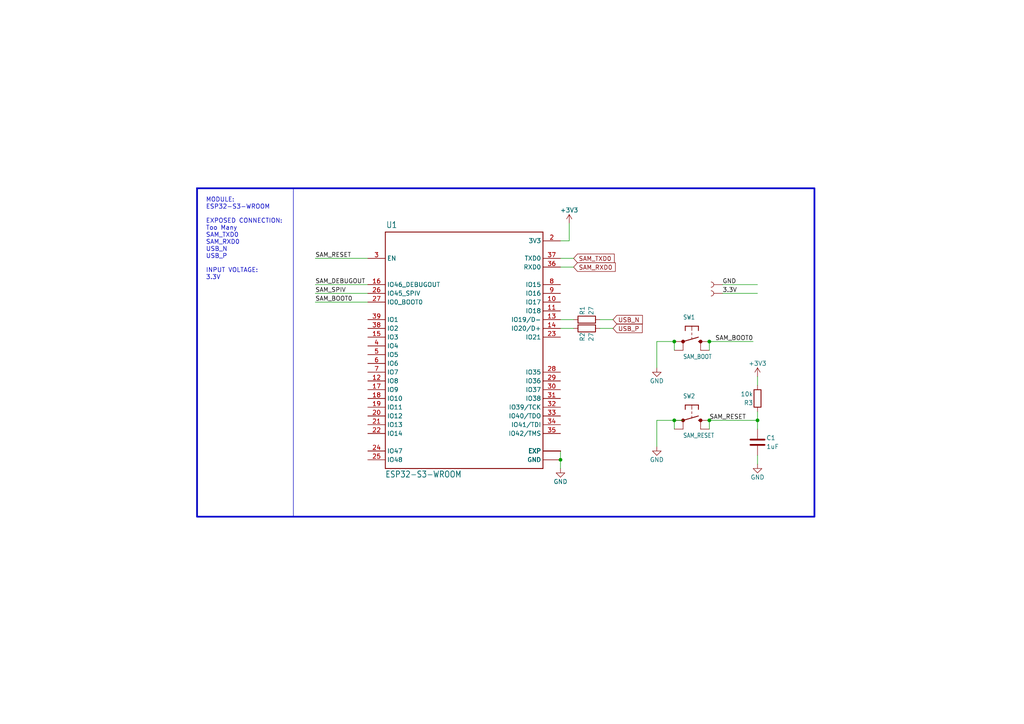
<source format=kicad_sch>
(kicad_sch (version 20230121) (generator eeschema)
  (paper "A4")
  (lib_symbols
    (symbol "Device:C" (pin_numbers hide) (pin_names (offset 0.254))
      (property "Reference" "C" (at 0.635 2.54 0))
      (property "Value" "C" (at 0.635 -2.54 0))
      (symbol "C_0_1"
        (polyline (pts (xy -2.032 -0.762) (xy 2.032 -0.762)) (stroke (width 0.508)))
        (polyline (pts (xy -2.032 0.762) (xy 2.032 0.762)) (stroke (width 0.508)))
      )
      (symbol "C_1_1"
        (pin passive line (at 0 3.81 270) (length 2.794) (name "~") (number "1"))
        (pin passive line (at 0 -3.81 90) (length 2.794) (name "~") (number "2"))
      )
    )
    (symbol "Device:R" (pin_numbers hide) (pin_names (offset 0))
      (property "Reference" "R" (at 2.032 0 90))
      (property "Value" "R" (at 0 0 90))
      (symbol "R_0_1"
        (rectangle (start -1.016 -2.54) (end 1.016 2.54) (stroke (width 0.254)))
      )
      (symbol "R_1_1"
        (pin passive line (at 0 3.81 270) (length 1.27) (name "~") (number "1"))
        (pin passive line (at 0 -3.81 90) (length 1.27) (name "~") (number "2"))
      )
    )
    (symbol "ESP32 Module-eagle-import:ESP32-S3-WROOM"
      (property "Reference" "U" (at -22.6559 34.1345 0))
      (symbol "ESP32-S3-WROOM_1_0"
        (polyline (pts (xy -22.86 -35.56) (xy -22.86 33.02)) (stroke (width 0.254)))
        (polyline (pts (xy -22.86 33.02) (xy 22.86 33.02)) (stroke (width 0.254)))
        (polyline (pts (xy 22.86 -35.56) (xy -22.86 -35.56)) (stroke (width 0.254)))
        (polyline (pts (xy 22.86 33.02) (xy 22.86 -35.56)) (stroke (width 0.254)))
        (pin power_in line (at 27.94 -33.02 180) (length 5.08) (name "GND") (number "1"))
        (pin bidirectional line (at 27.94 12.7 180) (length 5.08) (name "IO17") (number "10"))
        (pin bidirectional line (at 27.94 10.16 180) (length 5.08) (name "IO18") (number "11"))
        (pin bidirectional line (at -27.94 -10.16 0) (length 5.08) (name "IO8") (number "12"))
        (pin bidirectional line (at 27.94 7.62 180) (length 5.08) (name "IO19/D-") (number "13"))
        (pin bidirectional line (at 27.94 5.08 180) (length 5.08) (name "IO20/D+") (number "14"))
        (pin bidirectional line (at -27.94 2.54 0) (length 5.08) (name "IO3") (number "15"))
        (pin input line (at -27.94 17.78 0) (length 5.08) (name "IO46_DEBUGOUT") (number "16"))
        (pin bidirectional line (at -27.94 -12.7 0) (length 5.08) (name "IO9") (number "17"))
        (pin bidirectional line (at -27.94 -15.24 0) (length 5.08) (name "IO10") (number "18"))
        (pin bidirectional line (at -27.94 -17.78 0) (length 5.08) (name "IO11") (number "19"))
        (pin power_in line (at 27.94 30.48 180) (length 5.08) (name "3V3") (number "2"))
        (pin bidirectional line (at -27.94 -20.32 0) (length 5.08) (name "IO12") (number "20"))
        (pin bidirectional line (at -27.94 -22.86 0) (length 5.08) (name "IO13") (number "21"))
        (pin bidirectional line (at -27.94 -25.4 0) (length 5.08) (name "IO14") (number "22"))
        (pin bidirectional line (at 27.94 2.54 180) (length 5.08) (name "IO21") (number "23"))
        (pin bidirectional line (at -27.94 -30.48 0) (length 5.08) (name "IO47") (number "24"))
        (pin input line (at -27.94 -33.02 0) (length 5.08) (name "IO48") (number "25"))
        (pin bidirectional line (at -27.94 15.24 0) (length 5.08) (name "IO45_SPIV") (number "26"))
        (pin bidirectional line (at -27.94 12.7 0) (length 5.08) (name "IO0_BOOT0") (number "27"))
        (pin input line (at 27.94 -7.62 180) (length 5.08) (name "IO35") (number "28"))
        (pin bidirectional line (at 27.94 -10.16 180) (length 5.08) (name "IO36") (number "29"))
        (pin input line (at -27.94 25.4 0) (length 5.08) (name "EN") (number "3"))
        (pin bidirectional line (at 27.94 -12.7 180) (length 5.08) (name "IO37") (number "30"))
        (pin bidirectional line (at 27.94 -15.24 180) (length 5.08) (name "IO38") (number "31"))
        (pin bidirectional line (at 27.94 -17.78 180) (length 5.08) (name "IO39/TCK") (number "32"))
        (pin bidirectional line (at 27.94 -20.32 180) (length 5.08) (name "IO40/TDO") (number "33"))
        (pin bidirectional line (at 27.94 -22.86 180) (length 5.08) (name "IO41/TDI") (number "34"))
        (pin bidirectional line (at 27.94 -25.4 180) (length 5.08) (name "IO42/TMS") (number "35"))
        (pin bidirectional line (at 27.94 22.86 180) (length 5.08) (name "RXD0") (number "36"))
        (pin bidirectional line (at 27.94 25.4 180) (length 5.08) (name "TXD0") (number "37"))
        (pin bidirectional line (at -27.94 5.08 0) (length 5.08) (name "IO2") (number "38"))
        (pin bidirectional line (at -27.94 7.62 0) (length 5.08) (name "IO1") (number "39"))
        (pin bidirectional line (at -27.94 0 0) (length 5.08) (name "IO4") (number "4"))
        (pin power_in line (at 27.94 -33.02 180) (length 5.08) (name "GND") (number "40"))
        (pin bidirectional line (at -27.94 -2.54 0) (length 5.08) (name "IO5") (number "5"))
        (pin bidirectional line (at -27.94 -5.08 0) (length 5.08) (name "IO6") (number "6"))
        (pin bidirectional line (at -27.94 -7.62 0) (length 5.08) (name "IO7") (number "7"))
        (pin bidirectional line (at 27.94 17.78 180) (length 5.08) (name "IO15") (number "8"))
        (pin bidirectional line (at 27.94 15.24 180) (length 5.08) (name "IO16") (number "9"))
        (pin power_in line (at 27.94 -30.48 180) (length 5.08) (name "EXP") (number "P$10"))
        (pin power_in line (at 27.94 -30.48 180) (length 5.08) (name "EXP") (number "P$2"))
        (pin power_in line (at 27.94 -30.48 180) (length 5.08) (name "EXP") (number "P$3"))
        (pin power_in line (at 27.94 -30.48 180) (length 5.08) (name "EXP") (number "P$4"))
        (pin power_in line (at 27.94 -30.48 180) (length 5.08) (name "EXP") (number "P$5"))
        (pin power_in line (at 27.94 -30.48 180) (length 5.08) (name "EXP") (number "P$6"))
        (pin power_in line (at 27.94 -30.48 180) (length 5.08) (name "EXP") (number "P$7"))
        (pin power_in line (at 27.94 -30.48 180) (length 5.08) (name "EXP") (number "P$8"))
        (pin power_in line (at 27.94 -30.48 180) (length 5.08) (name "EXP") (number "P$9"))
      )
    )
    (symbol "ESP32 Module-eagle-import:SWITCH_TACT_SMT_RKB2"
      (property "Reference" "SW" (at -2.54 6.35 0))
      (symbol "SWITCH_TACT_SMT_RKB2_1_0"
        (circle (center -2.54 0) (radius 0.127) (stroke (width 0.4064)))
        (polyline (pts (xy -2.54 -2.54) (xy -2.54 0)) (stroke (width 0.1524)))
        (polyline (pts (xy -2.54 0) (xy 1.905 1.27)) (stroke (width 0.254)))
        (polyline (pts (xy -1.905 4.445) (xy -1.905 3.175)) (stroke (width 0.254)))
        (polyline (pts (xy 0 1.27) (xy 0 0.635)) (stroke (width 0.1524)))
        (polyline (pts (xy 0 2.54) (xy 0 1.905)) (stroke (width 0.1524)))
        (polyline (pts (xy 0 4.445) (xy -1.905 4.445)) (stroke (width 0.254)))
        (polyline (pts (xy 0 4.445) (xy 0 3.175)) (stroke (width 0.1524)))
        (polyline (pts (xy 1.905 0) (xy 2.54 0)) (stroke (width 0.254)))
        (polyline (pts (xy 1.905 4.445) (xy 0 4.445)) (stroke (width 0.254)))
        (polyline (pts (xy 1.905 4.445) (xy 1.905 3.175)) (stroke (width 0.254)))
        (polyline (pts (xy 2.54 -2.54) (xy 2.54 0)) (stroke (width 0.1524)))
        (circle (center 2.54 0) (radius 0.127) (stroke (width 0.4064)))
        (pin passive line (at -5.08 0 0) (length 2.54) (name "P") (number "A"))
        (pin passive line (at -5.08 -2.54 0) (length 2.54) (name "P1") (number "A'"))
        (pin passive line (at 5.08 0 180) (length 2.54) (name "S") (number "B"))
        (pin passive line (at 5.08 -2.54 180) (length 2.54) (name "S1") (number "B'"))
      )
    )
    (symbol "ESP32 Module-eagle-import:TEST-POINT3"
      (symbol "TEST-POINT3_1_0"
        (polyline (pts (xy 2.54 0) (xy 0 0)) (stroke (width 0.1524)))
        (arc (start 3.302 0.762) (mid 2.5433 0) (end 3.302 -0.762) (stroke (width 0.1524)))
        (pin bidirectional line (at 0 0 180) (length 0) (name "1") (number "P$1"))
      )
    )
    (symbol "power:+3V3" (power) (pin_names (offset 0))
      (property "Value" "+3V3" (at 0 3.556 0))
      (symbol "+3V3_0_1"
        (polyline (pts (xy -0.762 1.27) (xy 0 2.54)))
        (polyline (pts (xy 0 0) (xy 0 2.54)))
        (polyline (pts (xy 0 2.54) (xy 0.762 1.27)))
      )
      (symbol "+3V3_1_1"
        (pin power_in line (at 0 0 90) (length 0) hide (name "+3V3") (number "1"))
      )
    )
    (symbol "power:GND" (power) (pin_names (offset 0))
      (property "Value" "GND" (at 0 -3.81 0))
      (symbol "GND_0_1"
        (polyline (pts (xy 0 0) (xy 0 -1.27) (xy 1.27 -1.27) (xy 0 -2.54) (xy -1.27 -1.27) (xy 0 -1.27)))
      )
      (symbol "GND_1_1"
        (pin power_in line (at 0 0 270) (length 0) hide (name "GND") (number "1"))
      )
    )
  )
  (junction (at 195.58 121.92))
  (junction (at 195.58 99.06))
  (junction (at 219.71 121.92))
  (junction (at 205.74 121.92))
  (junction (at 205.74 99.06))
  (junction (at 162.56 133.35))
  (wire (pts (xy 162.56 69.85) (xy 165.1 69.85)) (stroke (width 0.1524)))
  (wire (pts (xy 190.5 99.06) (xy 190.5 106.68)))
  (wire (pts (xy 198.12 121.92) (xy 195.58 121.92)) (stroke (width 0.1524)))
  (wire (pts (xy 165.1 69.85) (xy 165.1 64.77)) (stroke (width 0.1524)))
  (wire (pts (xy 219.71 119.38) (xy 219.71 121.92)) (stroke (width 0.1524)))
  (wire (pts (xy 190.5 121.92) (xy 190.5 129.54)) (stroke (width 0.1524)))
  (wire (pts (xy 205.74 124.46) (xy 205.74 121.92)) (stroke (width 0.1524)))
  (wire (pts (xy 195.58 121.92) (xy 190.5 121.92)) (stroke (width 0.1524)))
  (wire (pts (xy 195.58 99.06) (xy 195.58 101.6)))
  (wire (pts (xy 162.56 92.71) (xy 166.37 92.71)))
  (wire (pts (xy 162.56 133.35) (xy 162.56 135.89)) (stroke (width 0.1524)))
  (wire (pts (xy 162.56 74.93) (xy 166.37 74.93)))
  (wire (pts (xy 173.99 92.71) (xy 177.8 92.71)))
  (wire (pts (xy 162.56 95.25) (xy 166.37 95.25)))
  (wire (pts (xy 219.71 134.62) (xy 219.71 132.08)) (stroke (width 0.1524)))
  (wire (pts (xy 91.44 85.09) (xy 106.68 85.09)) (stroke (width 0.1524)))
  (wire (pts (xy 209.55 82.55) (xy 219.71 82.55)) (stroke (width 0.1524)))
  (wire (pts (xy 190.5 99.06) (xy 195.58 99.06)))
  (wire (pts (xy 162.56 77.47) (xy 166.37 77.47)))
  (wire (pts (xy 205.74 99.06) (xy 205.74 101.6)))
  (wire (pts (xy 219.71 109.22) (xy 219.71 111.76)))
  (wire (pts (xy 173.99 95.25) (xy 177.8 95.25)))
  (wire (pts (xy 91.44 82.55) (xy 106.68 82.55)) (stroke (width 0.1524)))
  (wire (pts (xy 195.58 124.46) (xy 195.58 121.92)) (stroke (width 0.1524)))
  (wire (pts (xy 162.56 130.81) (xy 162.56 133.35)) (stroke (width 0.1524)))
  (wire (pts (xy 91.44 87.63) (xy 106.68 87.63)) (stroke (width 0.1524)))
  (wire (pts (xy 205.74 99.06) (xy 218.44 99.06)))
  (wire (pts (xy 209.55 85.09) (xy 219.71 85.09)) (stroke (width 0.1524)))
  (wire (pts (xy 205.74 121.92) (xy 219.71 121.92)) (stroke (width 0.1524)))
  (wire (pts (xy 91.44 74.93) (xy 106.68 74.93)) (stroke (width 0.1524)))
  (wire (pts (xy 219.71 121.92) (xy 219.71 124.46)) (stroke (width 0.1524)))
  (rectangle (start 57.15 54.61) (end 85.09 149.86))
  (rectangle (start 57.15 54.61) (end 236.22 149.86) (stroke (width 0.5)))
  (text "MODULE:\nESP32-S3-WROOM\n\nEXPOSED CONNECTION: \nToo Many\nSAM_TXD0\nSAM_RXD0\nUSB_N\nUSB_P\n\nINPUT VOLTAGE:\n3.3V" (at 59.69 81.28 0) (effects (font (size 1.27 1.27)) (justify left bottom)))
  (label "SAM_BOOT0" (at 91.44 87.63 0) (effects (font (size 1.2446 1.2446))))
  (label "SAM_BOOT0" (at 218.44 99.06 180))
  (label "SAM_SPIV" (at 91.44 85.09 0) (effects (font (size 1.2446 1.2446))))
  (label "GND" (at 209.55 82.55 0) (effects (font (size 1.2446 1.2446))))
  (label "SAM_RESET" (at 205.74 121.92 0))
  (label "SAM_RESET" (at 91.44 74.93 0) (effects (font (size 1.2446 1.2446))))
  (label "3.3V" (at 209.55 85.09 0) (effects (font (size 1.2446 1.2446))))
  (label "SAM_DEBUGOUT" (at 91.44 82.55 0) (effects (font (size 1.2446 1.2446))))
  (global_label "USB_P" (shape input) (at 177.8 95.25 0) (property "Intersheetrefs" "${INTERSHEET_REFS}" (effects hide)))
  (global_label "USB_N" (shape input) (at 177.8 92.71 0) (property "Intersheetrefs" "${INTERSHEET_REFS}" (effects hide)))
  (global_label "SAM_TXD0" (shape input) (at 166.37 74.93 0) (property "Intersheetrefs" "${INTERSHEET_REFS}" (effects hide)))
  (global_label "SAM_RXD0" (shape input) (at 166.37 77.47 0) (property "Intersheetrefs" "${INTERSHEET_REFS}" (effects hide)))
  (symbol (lib_id "Device:R") (at 219.71 115.57 180) (unit 1)
    (property "Reference" "R3" (at 218.44 116.84 0) (effects (justify left)))
    (property "Value" "10k" (at 218.44 114.3 0) (effects (justify left)))
    (property "Footprint" "Resistor_SMD:R_01005_0402Metric" (effects hide))
  )
  (symbol (lib_id "Device:C") (at 219.71 128.27 0) (unit 1)
    (property "Reference" "C1" (at 222.25 127 0) (effects (justify left)))
    (property "Value" "1uF" (at 222.25 129.54 0) (effects (justify left)))
    (property "Footprint" "Capacitor_SMD:C_0402_1005Metric" (effects hide))
  )
  (symbol (lib_id "ESP32 Module-eagle-import:TEST-POINT3") (at 209.55 82.55 180) (unit 1)
    (property "Reference" "TP_GND1" (effects hide))
    (property "Value" "TEST-POINT3" (effects hide))
    (property "Footprint" "ESP32 Module:PAD.03X.03" (effects hide))
  )
  (symbol (lib_id "Device:R") (at 170.18 92.71 90) (unit 1)
    (property "Reference" "R1" (at 168.91 91.44 0) (effects (justify left)))
    (property "Value" "27" (at 171.45 91.44 0) (effects (justify left)))
    (property "Footprint" "Resistor_SMD:R_01005_0402Metric" (effects hide))
  )
  (symbol (lib_id "power:GND") (at 219.71 134.62 0) (unit 1)
    (property "Reference" "#PWR06" (effects hide))
    (property "Value" "GND" (at 219.71 138.43 0))
  )
  (symbol (lib_id "ESP32 Module-eagle-import:SWITCH_TACT_SMT_RKB2") (at 200.66 99.06 0) (unit 1)
    (property "Reference" "SW1" (at 198.12 92.71 0) (effects (font (size 1.27 1.0795)) (justify left bottom)))
    (property "Value" "SAM_BOOT" (at 198.12 104.14 0) (effects (font (size 1.27 1.0795)) (justify left bottom)))
    (property "Footprint" "ESP32 Module:BTN_RKB2_4.6X2.8" (effects hide))
  )
  (symbol (lib_id "power:GND") (at 190.5 106.68 0) (unit 1)
    (property "Reference" "#PWR03" (effects hide))
    (property "Value" "GND" (at 190.5 110.49 0))
  )
  (symbol (lib_id "ESP32 Module-eagle-import:TEST-POINT3") (at 209.55 85.09 180) (unit 1)
    (property "Reference" "TP_3V1" (effects hide))
    (property "Value" "TEST-POINT3" (effects hide))
    (property "Footprint" "ESP32 Module:PAD.03X.03" (effects hide))
  )
  (symbol (lib_id "ESP32 Module-eagle-import:ESP32-S3-WROOM") (at 134.62 100.33 0) (unit 1)
    (property "Reference" "U1" (at 111.9641 66.1955 0) (effects (font (size 1.778 1.5113)) (justify left bottom)))
    (property "Value" "ESP32-S3-WROOM" (at 111.7133 138.5381 0) (effects (font (size 1.778 1.5113)) (justify left bottom)))
    (property "Footprint" "ESP32 Module:S3-WROOM32" (effects hide))
  )
  (symbol (lib_id "power:GND") (at 190.5 129.54 0) (unit 1)
    (property "Reference" "#PWR04" (effects hide))
    (property "Value" "GND" (at 190.5 133.35 0))
  )
  (symbol (lib_id "power:+3V3") (at 165.1 64.77 0) (unit 1)
    (property "Reference" "#PWR02" (effects hide))
    (property "Value" "+3V3" (at 165.1 60.96 0))
  )
  (symbol (lib_id "ESP32 Module-eagle-import:SWITCH_TACT_SMT_RKB2") (at 200.66 121.92 0) (unit 1)
    (property "Reference" "SW2" (at 198.12 115.57 0) (effects (font (size 1.27 1.0795)) (justify left bottom)))
    (property "Value" "SAM_RESET" (at 198.12 127 0) (effects (font (size 1.27 1.0795)) (justify left bottom)))
    (property "Footprint" "ESP32 Module:BTN_RKB2_4.6X2.8" (effects hide))
  )
  (symbol (lib_id "power:+3V3") (at 219.71 109.22 0) (unit 1)
    (property "Reference" "#PWR05" (effects hide))
    (property "Value" "+3V3" (at 219.71 105.41 0))
  )
  (symbol (lib_id "Device:R") (at 170.18 95.25 90) (unit 1)
    (property "Reference" "R2" (at 168.91 99.06 0) (effects (justify left)))
    (property "Value" "27" (at 171.45 99.06 0) (effects (justify left)))
    (property "Footprint" "Resistor_SMD:R_01005_0402Metric" (effects hide))
  )
  (symbol (lib_id "power:GND") (at 162.56 135.89 0) (unit 1)
    (property "Reference" "#PWR01" (effects hide))
    (property "Value" "GND" (at 162.56 139.7 0))
  )
)
</source>
